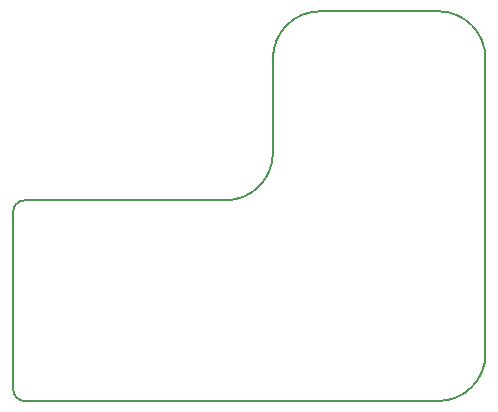
<source format=gbr>
%TF.GenerationSoftware,KiCad,Pcbnew,7.0.10*%
%TF.CreationDate,2024-02-03T18:14:04+01:00*%
%TF.ProjectId,tiny-vga,74696e79-2d76-4676-912e-6b696361645f,v1.0*%
%TF.SameCoordinates,Original*%
%TF.FileFunction,Profile,NP*%
%FSLAX46Y46*%
G04 Gerber Fmt 4.6, Leading zero omitted, Abs format (unit mm)*
G04 Created by KiCad (PCBNEW 7.0.10) date 2024-02-03 18:14:04*
%MOMM*%
%LPD*%
G01*
G04 APERTURE LIST*
%TA.AperFunction,Profile*%
%ADD10C,0.200000*%
%TD*%
G04 APERTURE END LIST*
D10*
X129000000Y-77000000D02*
X146000000Y-77000000D01*
X129000000Y-94000000D02*
X164000000Y-94000000D01*
X146000000Y-77000000D02*
G75*
G03*
X150000000Y-73000000I0J4000000D01*
G01*
X154000000Y-61000000D02*
X164000000Y-61000000D01*
X168000000Y-65000000D02*
G75*
G03*
X164000000Y-61000000I-4000000J0D01*
G01*
X128000002Y-78000000D02*
X128000000Y-93000000D01*
X154000000Y-61000000D02*
G75*
G03*
X150000000Y-65000000I0J-4000000D01*
G01*
X168000000Y-65000000D02*
X168000000Y-90000000D01*
X164000000Y-94000000D02*
G75*
G03*
X168000000Y-90000000I0J4000000D01*
G01*
X128000000Y-93000000D02*
G75*
G03*
X129000000Y-94000000I1000000J0D01*
G01*
X150000000Y-73000000D02*
X150000000Y-65000000D01*
X129000002Y-77000002D02*
G75*
G03*
X128000002Y-78000000I-2J-999998D01*
G01*
M02*

</source>
